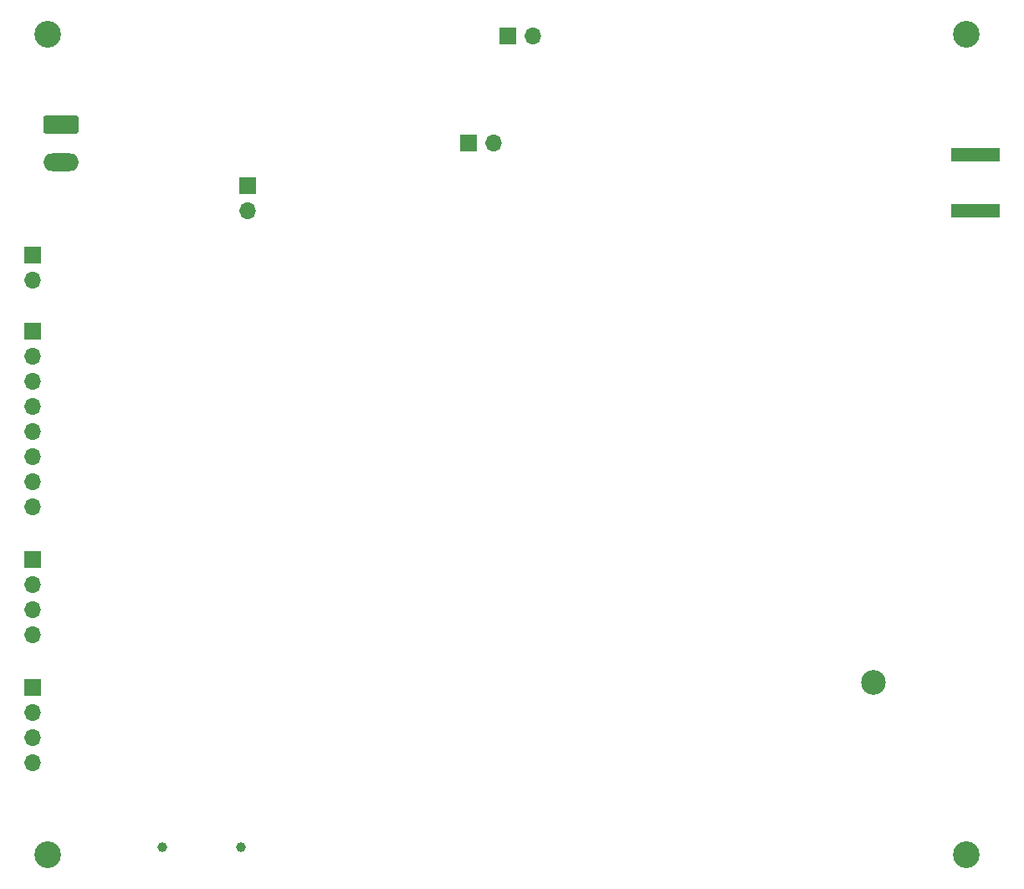
<source format=gbs>
%TF.GenerationSoftware,KiCad,Pcbnew,7.0.1*%
%TF.CreationDate,2023-06-24T00:20:47-07:00*%
%TF.ProjectId,Weather_Balloon_Payload_HW,57656174-6865-4725-9f42-616c6c6f6f6e,rev?*%
%TF.SameCoordinates,PX68e7780PY8583b00*%
%TF.FileFunction,Soldermask,Bot*%
%TF.FilePolarity,Negative*%
%FSLAX46Y46*%
G04 Gerber Fmt 4.6, Leading zero omitted, Abs format (unit mm)*
G04 Created by KiCad (PCBNEW 7.0.1) date 2023-06-24 00:20:47*
%MOMM*%
%LPD*%
G01*
G04 APERTURE LIST*
G04 Aperture macros list*
%AMRoundRect*
0 Rectangle with rounded corners*
0 $1 Rounding radius*
0 $2 $3 $4 $5 $6 $7 $8 $9 X,Y pos of 4 corners*
0 Add a 4 corners polygon primitive as box body*
4,1,4,$2,$3,$4,$5,$6,$7,$8,$9,$2,$3,0*
0 Add four circle primitives for the rounded corners*
1,1,$1+$1,$2,$3*
1,1,$1+$1,$4,$5*
1,1,$1+$1,$6,$7*
1,1,$1+$1,$8,$9*
0 Add four rect primitives between the rounded corners*
20,1,$1+$1,$2,$3,$4,$5,0*
20,1,$1+$1,$4,$5,$6,$7,0*
20,1,$1+$1,$6,$7,$8,$9,0*
20,1,$1+$1,$8,$9,$2,$3,0*%
G04 Aperture macros list end*
%ADD10C,2.700000*%
%ADD11R,1.700000X1.700000*%
%ADD12O,1.700000X1.700000*%
%ADD13C,1.000000*%
%ADD14RoundRect,0.250000X-1.550000X0.650000X-1.550000X-0.650000X1.550000X-0.650000X1.550000X0.650000X0*%
%ADD15O,3.600000X1.800000*%
%ADD16R,4.900000X1.350000*%
%ADD17C,0.100000*%
%ADD18C,2.500000*%
G04 APERTURE END LIST*
D10*
%TO.C,H1*%
X3500000Y86500000D03*
%TD*%
D11*
%TO.C,JP2*%
X46060000Y75550000D03*
D12*
X48600000Y75550000D03*
%TD*%
D13*
%TO.C,J9*%
X15100000Y4200000D03*
X23100000Y4200000D03*
%TD*%
D14*
%TO.C,J1*%
X4832500Y77350000D03*
D15*
X4832500Y73540000D03*
%TD*%
D16*
%TO.C,J8*%
X97407500Y68675000D03*
X97407500Y74325000D03*
%TD*%
D11*
%TO.C,J10*%
X2000000Y64190000D03*
D12*
X2000000Y61650000D03*
%TD*%
D11*
%TO.C,J3*%
X2000000Y33370000D03*
D12*
X2000000Y30830000D03*
X2000000Y28290000D03*
X2000000Y25750000D03*
%TD*%
D11*
%TO.C,JP3*%
X23750000Y71190000D03*
D12*
X23750000Y68650000D03*
%TD*%
D11*
%TO.C,JP1*%
X50110000Y86350000D03*
D12*
X52650000Y86350000D03*
%TD*%
D17*
%TO.C,ANT1*%
X87050000Y20900000D03*
D18*
X87050000Y20900000D03*
%TD*%
D10*
%TO.C,H2*%
X96500000Y86500000D03*
%TD*%
D11*
%TO.C,J2*%
X2000000Y56515000D03*
D12*
X2000000Y53975000D03*
X2000000Y51435000D03*
X2000000Y48895000D03*
X2000000Y46355000D03*
X2000000Y43815000D03*
X2000000Y41275000D03*
X2000000Y38735000D03*
%TD*%
D11*
%TO.C,J4*%
X2000000Y20370000D03*
D12*
X2000000Y17830000D03*
X2000000Y15290000D03*
X2000000Y12750000D03*
%TD*%
D10*
%TO.C,H3*%
X96500000Y3500000D03*
%TD*%
%TO.C,H4*%
X3500000Y3500000D03*
%TD*%
M02*

</source>
